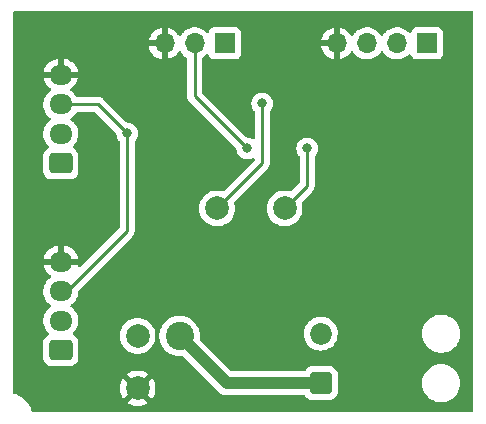
<source format=gbl>
G04 #@! TF.GenerationSoftware,KiCad,Pcbnew,(6.0.9)*
G04 #@! TF.CreationDate,2022-11-05T01:50:54+09:00*
G04 #@! TF.ProjectId,prototype-projector-device,70726f74-6f74-4797-9065-2d70726f6a65,rev?*
G04 #@! TF.SameCoordinates,PX5f5e100PY8f0d180*
G04 #@! TF.FileFunction,Copper,L2,Bot*
G04 #@! TF.FilePolarity,Positive*
%FSLAX46Y46*%
G04 Gerber Fmt 4.6, Leading zero omitted, Abs format (unit mm)*
G04 Created by KiCad (PCBNEW (6.0.9)) date 2022-11-05 01:50:54*
%MOMM*%
%LPD*%
G01*
G04 APERTURE LIST*
G04 Aperture macros list*
%AMRoundRect*
0 Rectangle with rounded corners*
0 $1 Rounding radius*
0 $2 $3 $4 $5 $6 $7 $8 $9 X,Y pos of 4 corners*
0 Add a 4 corners polygon primitive as box body*
4,1,4,$2,$3,$4,$5,$6,$7,$8,$9,$2,$3,0*
0 Add four circle primitives for the rounded corners*
1,1,$1+$1,$2,$3*
1,1,$1+$1,$4,$5*
1,1,$1+$1,$6,$7*
1,1,$1+$1,$8,$9*
0 Add four rect primitives between the rounded corners*
20,1,$1+$1,$2,$3,$4,$5,0*
20,1,$1+$1,$4,$5,$6,$7,0*
20,1,$1+$1,$6,$7,$8,$9,0*
20,1,$1+$1,$8,$9,$2,$3,0*%
G04 Aperture macros list end*
G04 #@! TA.AperFunction,ComponentPad*
%ADD10C,2.000000*%
G04 #@! TD*
G04 #@! TA.AperFunction,ComponentPad*
%ADD11R,1.700000X1.700000*%
G04 #@! TD*
G04 #@! TA.AperFunction,ComponentPad*
%ADD12O,1.700000X1.700000*%
G04 #@! TD*
G04 #@! TA.AperFunction,ComponentPad*
%ADD13RoundRect,0.250000X0.725000X-0.600000X0.725000X0.600000X-0.725000X0.600000X-0.725000X-0.600000X0*%
G04 #@! TD*
G04 #@! TA.AperFunction,ComponentPad*
%ADD14O,1.950000X1.700000*%
G04 #@! TD*
G04 #@! TA.AperFunction,ComponentPad*
%ADD15RoundRect,0.250000X0.675000X-0.675000X0.675000X0.675000X-0.675000X0.675000X-0.675000X-0.675000X0*%
G04 #@! TD*
G04 #@! TA.AperFunction,ComponentPad*
%ADD16C,1.850000*%
G04 #@! TD*
G04 #@! TA.AperFunction,ViaPad*
%ADD17C,0.800000*%
G04 #@! TD*
G04 #@! TA.AperFunction,ViaPad*
%ADD18C,2.400000*%
G04 #@! TD*
G04 #@! TA.AperFunction,Conductor*
%ADD19C,0.250000*%
G04 #@! TD*
G04 #@! TA.AperFunction,Conductor*
%ADD20C,1.000000*%
G04 #@! TD*
G04 APERTURE END LIST*
D10*
X11049000Y6985000D03*
D11*
X18415000Y31750000D03*
D12*
X15875000Y31750000D03*
X13335000Y31750000D03*
D10*
X23495000Y17780000D03*
X11049000Y2540000D03*
D13*
X4555000Y5775000D03*
D14*
X4555000Y8275000D03*
X4555000Y10775000D03*
X4555000Y13275000D03*
D13*
X4555000Y21590000D03*
D14*
X4555000Y24090000D03*
X4555000Y26590000D03*
X4555000Y29090000D03*
D11*
X35550000Y31750000D03*
D12*
X33010000Y31750000D03*
X30470000Y31750000D03*
X27930000Y31750000D03*
D15*
X26560000Y2980000D03*
D16*
X26560000Y7180000D03*
D10*
X17780000Y17780000D03*
D17*
X21590000Y26670000D03*
X4445000Y32385000D03*
X4445000Y2540000D03*
X31750000Y6985000D03*
X22225000Y32385000D03*
X36830000Y20955000D03*
X26035000Y28575000D03*
X7620000Y7620000D03*
X32385000Y15240000D03*
X14605000Y2540000D03*
X22860000Y6985000D03*
X32385000Y19050000D03*
X11430000Y21590000D03*
X8890000Y28575000D03*
X31750000Y2540000D03*
X14605000Y12065000D03*
X20320000Y17780000D03*
D18*
X14605000Y6985000D03*
D17*
X20320000Y22860000D03*
X10160000Y24130000D03*
X25400000Y22860000D03*
D19*
X25400000Y19685000D02*
X23495000Y17780000D01*
X25400000Y22860000D02*
X25400000Y19685000D01*
X21590000Y21590000D02*
X17780000Y17780000D01*
X21590000Y26670000D02*
X21590000Y21590000D01*
D20*
X14605000Y6985000D02*
X18610000Y2980000D01*
X18610000Y2980000D02*
X26560000Y2980000D01*
D19*
X15875000Y27305000D02*
X15875000Y31750000D01*
X20320000Y22860000D02*
X15875000Y27305000D01*
X10160000Y24130000D02*
X7700000Y26590000D01*
X10160000Y15875000D02*
X10160000Y24130000D01*
X5060000Y10775000D02*
X10160000Y15875000D01*
X4555000Y10775000D02*
X5060000Y10775000D01*
X7700000Y26590000D02*
X4555000Y26590000D01*
G04 #@! TA.AperFunction,Conductor*
G36*
X39433621Y34471498D02*
G01*
X39480114Y34417842D01*
X39491500Y34365500D01*
X39491500Y634500D01*
X39471498Y566379D01*
X39417842Y519886D01*
X39365500Y508500D01*
X2216537Y508500D01*
X2148416Y528502D01*
X2101923Y582158D01*
X2097764Y592440D01*
X2056173Y709889D01*
X2000934Y865881D01*
X1864907Y1129428D01*
X1851226Y1148895D01*
X1745252Y1299680D01*
X1739875Y1307330D01*
X10181160Y1307330D01*
X10186887Y1299680D01*
X10358042Y1194795D01*
X10366837Y1190313D01*
X10576988Y1103266D01*
X10586373Y1100217D01*
X10807554Y1047115D01*
X10817301Y1045572D01*
X11044070Y1027725D01*
X11053930Y1027725D01*
X11280699Y1045572D01*
X11290446Y1047115D01*
X11511627Y1100217D01*
X11521012Y1103266D01*
X11731163Y1190313D01*
X11739958Y1194795D01*
X11907445Y1297432D01*
X11916907Y1307890D01*
X11913124Y1316666D01*
X11061812Y2167978D01*
X11047868Y2175592D01*
X11046035Y2175461D01*
X11039420Y2171210D01*
X10187920Y1319710D01*
X10181160Y1307330D01*
X1739875Y1307330D01*
X1694372Y1372075D01*
X1522340Y1557203D01*
X1495404Y1586190D01*
X1495401Y1586192D01*
X1492483Y1589333D01*
X1489168Y1592047D01*
X1489164Y1592050D01*
X1266295Y1774466D01*
X1262977Y1777182D01*
X1010101Y1932144D01*
X966012Y1951498D01*
X742465Y2049628D01*
X738533Y2051354D01*
X711776Y2058976D01*
X599981Y2090822D01*
X539946Y2128721D01*
X509932Y2193061D01*
X508500Y2212001D01*
X508500Y2535070D01*
X9536725Y2535070D01*
X9554572Y2308301D01*
X9556115Y2298554D01*
X9609217Y2077373D01*
X9612266Y2067988D01*
X9699313Y1857837D01*
X9703795Y1849042D01*
X9806432Y1681555D01*
X9816890Y1672093D01*
X9825666Y1675876D01*
X10676978Y2527188D01*
X10683356Y2538868D01*
X11413408Y2538868D01*
X11413539Y2537035D01*
X11417790Y2530420D01*
X12269290Y1678920D01*
X12281670Y1672160D01*
X12289320Y1677887D01*
X12394205Y1849042D01*
X12398687Y1857837D01*
X12485734Y2067988D01*
X12488783Y2077373D01*
X12541885Y2298554D01*
X12543428Y2308301D01*
X12561275Y2535070D01*
X12561275Y2544930D01*
X12543428Y2771699D01*
X12541885Y2781446D01*
X12488783Y3002627D01*
X12485734Y3012012D01*
X12398687Y3222163D01*
X12394205Y3230958D01*
X12291568Y3398445D01*
X12281110Y3407907D01*
X12272334Y3404124D01*
X11421022Y2552812D01*
X11413408Y2538868D01*
X10683356Y2538868D01*
X10684592Y2541132D01*
X10684461Y2542965D01*
X10680210Y2549580D01*
X9828710Y3401080D01*
X9816330Y3407840D01*
X9808680Y3402113D01*
X9703795Y3230958D01*
X9699313Y3222163D01*
X9612266Y3012012D01*
X9609217Y3002627D01*
X9556115Y2781446D01*
X9554572Y2771699D01*
X9536725Y2544930D01*
X9536725Y2535070D01*
X508500Y2535070D01*
X508500Y3772110D01*
X10181093Y3772110D01*
X10184876Y3763334D01*
X11036188Y2912022D01*
X11050132Y2904408D01*
X11051965Y2904539D01*
X11058580Y2908790D01*
X11910080Y3760290D01*
X11916840Y3772670D01*
X11911113Y3780320D01*
X11739958Y3885205D01*
X11731163Y3889687D01*
X11521012Y3976734D01*
X11511627Y3979783D01*
X11290446Y4032885D01*
X11280699Y4034428D01*
X11053930Y4052275D01*
X11044070Y4052275D01*
X10817301Y4034428D01*
X10807554Y4032885D01*
X10586373Y3979783D01*
X10576988Y3976734D01*
X10366837Y3889687D01*
X10358042Y3885205D01*
X10190555Y3782568D01*
X10181093Y3772110D01*
X508500Y3772110D01*
X508500Y8339226D01*
X3068102Y8339226D01*
X3076751Y8108842D01*
X3124093Y7883209D01*
X3126051Y7878250D01*
X3126052Y7878248D01*
X3189244Y7718238D01*
X3208776Y7668779D01*
X3211543Y7664220D01*
X3211544Y7664217D01*
X3273998Y7561297D01*
X3328377Y7471683D01*
X3331874Y7467653D01*
X3418438Y7367897D01*
X3479477Y7297555D01*
X3515120Y7268330D01*
X3555114Y7209671D01*
X3557046Y7138701D01*
X3520302Y7077952D01*
X3501532Y7063752D01*
X3454267Y7034503D01*
X3355652Y6973478D01*
X3230695Y6848303D01*
X3226855Y6842073D01*
X3226854Y6842072D01*
X3172087Y6753223D01*
X3137885Y6697738D01*
X3082203Y6529861D01*
X3071500Y6425400D01*
X3071500Y5124600D01*
X3082474Y5018834D01*
X3138450Y4851054D01*
X3231522Y4700652D01*
X3356697Y4575695D01*
X3362927Y4571855D01*
X3362928Y4571854D01*
X3500090Y4487306D01*
X3507262Y4482885D01*
X3587005Y4456436D01*
X3668611Y4429368D01*
X3668613Y4429368D01*
X3675139Y4427203D01*
X3681975Y4426503D01*
X3681978Y4426502D01*
X3725031Y4422091D01*
X3779600Y4416500D01*
X5330400Y4416500D01*
X5333646Y4416837D01*
X5333650Y4416837D01*
X5429308Y4426762D01*
X5429312Y4426763D01*
X5436166Y4427474D01*
X5442702Y4429655D01*
X5442704Y4429655D01*
X5574806Y4473728D01*
X5603946Y4483450D01*
X5754348Y4576522D01*
X5879305Y4701697D01*
X5972115Y4852262D01*
X6027797Y5020139D01*
X6038500Y5124600D01*
X6038500Y6425400D01*
X6035733Y6452072D01*
X6028238Y6524308D01*
X6028237Y6524312D01*
X6027526Y6531166D01*
X5971550Y6698946D01*
X5878478Y6849348D01*
X5753303Y6974305D01*
X5743951Y6980070D01*
X5735953Y6985000D01*
X9535835Y6985000D01*
X9554465Y6748289D01*
X9555619Y6743482D01*
X9555620Y6743476D01*
X9579060Y6645843D01*
X9609895Y6517406D01*
X9611788Y6512835D01*
X9611789Y6512833D01*
X9688945Y6326562D01*
X9700760Y6298037D01*
X9703346Y6293817D01*
X9822241Y6099798D01*
X9822245Y6099792D01*
X9824824Y6095584D01*
X9979031Y5915031D01*
X10159584Y5760824D01*
X10163792Y5758245D01*
X10163798Y5758241D01*
X10344692Y5647389D01*
X10362037Y5636760D01*
X10366607Y5634867D01*
X10366611Y5634865D01*
X10576833Y5547789D01*
X10581406Y5545895D01*
X10639087Y5532047D01*
X10807476Y5491620D01*
X10807482Y5491619D01*
X10812289Y5490465D01*
X11049000Y5471835D01*
X11285711Y5490465D01*
X11290518Y5491619D01*
X11290524Y5491620D01*
X11458913Y5532047D01*
X11516594Y5545895D01*
X11521167Y5547789D01*
X11731389Y5634865D01*
X11731393Y5634867D01*
X11735963Y5636760D01*
X11753308Y5647389D01*
X11934202Y5758241D01*
X11934208Y5758245D01*
X11938416Y5760824D01*
X12118969Y5915031D01*
X12273176Y6095584D01*
X12275755Y6099792D01*
X12275759Y6099798D01*
X12394654Y6293817D01*
X12397240Y6298037D01*
X12409056Y6326562D01*
X12486211Y6512833D01*
X12486212Y6512835D01*
X12488105Y6517406D01*
X12518940Y6645843D01*
X12542380Y6743476D01*
X12542381Y6743482D01*
X12543535Y6748289D01*
X12562165Y6985000D01*
X12558635Y7029849D01*
X12892296Y7029849D01*
X12892520Y7025183D01*
X12892520Y7025178D01*
X12894942Y6974768D01*
X12904480Y6776202D01*
X12921229Y6691998D01*
X12952212Y6536239D01*
X12954021Y6527143D01*
X12955600Y6522745D01*
X12955602Y6522738D01*
X13026037Y6326562D01*
X13039831Y6288142D01*
X13042048Y6284016D01*
X13143296Y6095584D01*
X13160025Y6064449D01*
X13162820Y6060706D01*
X13162822Y6060703D01*
X13309171Y5864718D01*
X13309176Y5864712D01*
X13311963Y5860980D01*
X13315272Y5857700D01*
X13315277Y5857694D01*
X13433510Y5740489D01*
X13492307Y5682203D01*
X13496069Y5679445D01*
X13496072Y5679442D01*
X13554283Y5636760D01*
X13697094Y5532047D01*
X13701229Y5529871D01*
X13701233Y5529869D01*
X13810800Y5472223D01*
X13921827Y5413809D01*
X14161568Y5330088D01*
X14411050Y5282722D01*
X14531532Y5277989D01*
X14660125Y5272936D01*
X14660130Y5272936D01*
X14664793Y5272753D01*
X14808607Y5288503D01*
X14878499Y5276036D01*
X14911418Y5252347D01*
X17853145Y2310621D01*
X17862247Y2300478D01*
X17885968Y2270975D01*
X17924456Y2238680D01*
X17928075Y2235522D01*
X17929890Y2233876D01*
X17932075Y2231691D01*
X17934455Y2229736D01*
X17934465Y2229727D01*
X17965236Y2204451D01*
X17966251Y2203609D01*
X18037474Y2143846D01*
X18042148Y2141277D01*
X18046261Y2137898D01*
X18051698Y2134983D01*
X18051699Y2134982D01*
X18128047Y2094045D01*
X18129177Y2093432D01*
X18210787Y2048567D01*
X18215869Y2046955D01*
X18220563Y2044438D01*
X18309531Y2017238D01*
X18310559Y2016918D01*
X18399306Y1988765D01*
X18404602Y1988171D01*
X18409698Y1986613D01*
X18502257Y1977210D01*
X18503393Y1977089D01*
X18537008Y1973319D01*
X18549730Y1971892D01*
X18549734Y1971892D01*
X18553227Y1971500D01*
X18556754Y1971500D01*
X18557739Y1971445D01*
X18563419Y1970998D01*
X18592825Y1968011D01*
X18600337Y1967248D01*
X18600339Y1967248D01*
X18606462Y1966626D01*
X18652108Y1970941D01*
X18663967Y1971500D01*
X25129160Y1971500D01*
X25197281Y1951498D01*
X25236304Y1911803D01*
X25286522Y1830652D01*
X25411697Y1705695D01*
X25417927Y1701855D01*
X25417928Y1701854D01*
X25555090Y1617306D01*
X25562262Y1612885D01*
X25642005Y1586436D01*
X25723611Y1559368D01*
X25723613Y1559368D01*
X25730139Y1557203D01*
X25736975Y1556503D01*
X25736978Y1556502D01*
X25780031Y1552091D01*
X25834600Y1546500D01*
X27285400Y1546500D01*
X27288646Y1546837D01*
X27288650Y1546837D01*
X27384308Y1556762D01*
X27384312Y1556763D01*
X27391166Y1557474D01*
X27397702Y1559655D01*
X27397704Y1559655D01*
X27533244Y1604875D01*
X27558946Y1613450D01*
X27709348Y1706522D01*
X27834305Y1831697D01*
X27883683Y1911803D01*
X27923275Y1976032D01*
X27923276Y1976034D01*
X27927115Y1982262D01*
X27977770Y2134982D01*
X27980632Y2143611D01*
X27980632Y2143613D01*
X27982797Y2150139D01*
X27985392Y2175461D01*
X27989135Y2212001D01*
X27993500Y2254600D01*
X27993500Y2980000D01*
X35146526Y2980000D01*
X35166391Y2727597D01*
X35225495Y2481409D01*
X35227388Y2476838D01*
X35227389Y2476836D01*
X35318110Y2257817D01*
X35322384Y2247498D01*
X35454672Y2031624D01*
X35619102Y1839102D01*
X35811624Y1674672D01*
X36027498Y1542384D01*
X36032068Y1540491D01*
X36032072Y1540489D01*
X36256836Y1447389D01*
X36261409Y1445495D01*
X36346032Y1425179D01*
X36502784Y1387546D01*
X36502790Y1387545D01*
X36507597Y1386391D01*
X36607416Y1378535D01*
X36694345Y1371693D01*
X36694352Y1371693D01*
X36696801Y1371500D01*
X36823199Y1371500D01*
X36825648Y1371693D01*
X36825655Y1371693D01*
X36912584Y1378535D01*
X37012403Y1386391D01*
X37017210Y1387545D01*
X37017216Y1387546D01*
X37173968Y1425179D01*
X37258591Y1445495D01*
X37263164Y1447389D01*
X37487928Y1540489D01*
X37487932Y1540491D01*
X37492502Y1542384D01*
X37708376Y1674672D01*
X37900898Y1839102D01*
X38065328Y2031624D01*
X38197616Y2247498D01*
X38201891Y2257817D01*
X38292611Y2476836D01*
X38292612Y2476838D01*
X38294505Y2481409D01*
X38353609Y2727597D01*
X38373474Y2980000D01*
X38353609Y3232403D01*
X38294505Y3478591D01*
X38197616Y3712502D01*
X38065328Y3928376D01*
X37900898Y4120898D01*
X37708376Y4285328D01*
X37492502Y4417616D01*
X37487932Y4419509D01*
X37487928Y4419511D01*
X37263164Y4512611D01*
X37263162Y4512612D01*
X37258591Y4514505D01*
X37173968Y4534821D01*
X37017216Y4572454D01*
X37017210Y4572455D01*
X37012403Y4573609D01*
X36912584Y4581465D01*
X36825655Y4588307D01*
X36825648Y4588307D01*
X36823199Y4588500D01*
X36696801Y4588500D01*
X36694352Y4588307D01*
X36694345Y4588307D01*
X36607416Y4581465D01*
X36507597Y4573609D01*
X36502790Y4572455D01*
X36502784Y4572454D01*
X36346032Y4534821D01*
X36261409Y4514505D01*
X36256838Y4512612D01*
X36256836Y4512611D01*
X36032072Y4419511D01*
X36032068Y4419509D01*
X36027498Y4417616D01*
X35811624Y4285328D01*
X35619102Y4120898D01*
X35454672Y3928376D01*
X35322384Y3712502D01*
X35225495Y3478591D01*
X35166391Y3232403D01*
X35146526Y2980000D01*
X27993500Y2980000D01*
X27993500Y3705400D01*
X27987489Y3763334D01*
X27983238Y3804308D01*
X27983237Y3804312D01*
X27982526Y3811166D01*
X27926550Y3978946D01*
X27833478Y4129348D01*
X27708303Y4254305D01*
X27653786Y4287910D01*
X27563968Y4343275D01*
X27563966Y4343276D01*
X27557738Y4347115D01*
X27397254Y4400345D01*
X27396389Y4400632D01*
X27396387Y4400632D01*
X27389861Y4402797D01*
X27383025Y4403497D01*
X27383022Y4403498D01*
X27339969Y4407909D01*
X27285400Y4413500D01*
X25834600Y4413500D01*
X25831354Y4413163D01*
X25831350Y4413163D01*
X25735692Y4403238D01*
X25735688Y4403237D01*
X25728834Y4402526D01*
X25722298Y4400345D01*
X25722296Y4400345D01*
X25590194Y4356272D01*
X25561054Y4346550D01*
X25410652Y4253478D01*
X25285695Y4128303D01*
X25281855Y4122073D01*
X25281854Y4122072D01*
X25236432Y4048384D01*
X25183660Y4000891D01*
X25129172Y3988500D01*
X19079925Y3988500D01*
X19011804Y4008502D01*
X18990830Y4025405D01*
X16337627Y6678608D01*
X16303601Y6740920D01*
X16301729Y6783604D01*
X16315545Y6892203D01*
X16315545Y6892207D01*
X16315943Y6895333D01*
X16318291Y6985000D01*
X16312189Y7067115D01*
X16301189Y7215144D01*
X25122016Y7215144D01*
X25122313Y7209992D01*
X25122313Y7209988D01*
X25135288Y6984971D01*
X25135289Y6984965D01*
X25135586Y6979812D01*
X25187408Y6749856D01*
X25189352Y6745070D01*
X25189353Y6745065D01*
X25229643Y6645843D01*
X25276093Y6531452D01*
X25399258Y6330465D01*
X25553595Y6152293D01*
X25734960Y6001721D01*
X25739412Y5999119D01*
X25739417Y5999116D01*
X25934024Y5885397D01*
X25938482Y5882792D01*
X26158696Y5798701D01*
X26163762Y5797670D01*
X26163763Y5797670D01*
X26266611Y5776746D01*
X26389686Y5751706D01*
X26522389Y5746840D01*
X26620087Y5743257D01*
X26620091Y5743257D01*
X26625251Y5743068D01*
X26630371Y5743724D01*
X26630373Y5743724D01*
X26703235Y5753058D01*
X26859063Y5773020D01*
X26864012Y5774505D01*
X26864018Y5774506D01*
X26995465Y5813942D01*
X27084844Y5840757D01*
X27296529Y5944461D01*
X27300732Y5947459D01*
X27300737Y5947462D01*
X27484231Y6078347D01*
X27484233Y6078349D01*
X27488435Y6081346D01*
X27655407Y6247736D01*
X27688520Y6293817D01*
X27789943Y6434963D01*
X27792961Y6439163D01*
X27797081Y6447498D01*
X27895109Y6645843D01*
X27895110Y6645845D01*
X27897403Y6650485D01*
X27965928Y6876028D01*
X27966603Y6881154D01*
X27996259Y7106413D01*
X27996259Y7106417D01*
X27996696Y7109734D01*
X27997083Y7125563D01*
X27998331Y7176635D01*
X27998331Y7176639D01*
X27998413Y7180000D01*
X35146526Y7180000D01*
X35166391Y6927597D01*
X35167545Y6922790D01*
X35167546Y6922784D01*
X35200960Y6783604D01*
X35225495Y6681409D01*
X35227388Y6676838D01*
X35227389Y6676836D01*
X35291219Y6522738D01*
X35322384Y6447498D01*
X35454672Y6231624D01*
X35619102Y6039102D01*
X35811624Y5874672D01*
X36027498Y5742384D01*
X36032068Y5740491D01*
X36032072Y5740489D01*
X36256836Y5647389D01*
X36261409Y5645495D01*
X36305687Y5634865D01*
X36502784Y5587546D01*
X36502790Y5587545D01*
X36507597Y5586391D01*
X36607416Y5578535D01*
X36694345Y5571693D01*
X36694352Y5571693D01*
X36696801Y5571500D01*
X36823199Y5571500D01*
X36825648Y5571693D01*
X36825655Y5571693D01*
X36912584Y5578535D01*
X37012403Y5586391D01*
X37017210Y5587545D01*
X37017216Y5587546D01*
X37214313Y5634865D01*
X37258591Y5645495D01*
X37263164Y5647389D01*
X37487928Y5740489D01*
X37487932Y5740491D01*
X37492502Y5742384D01*
X37708376Y5874672D01*
X37900898Y6039102D01*
X38065328Y6231624D01*
X38197616Y6447498D01*
X38228782Y6522738D01*
X38292611Y6676836D01*
X38292612Y6676838D01*
X38294505Y6681409D01*
X38319040Y6783604D01*
X38352454Y6922784D01*
X38352455Y6922790D01*
X38353609Y6927597D01*
X38373474Y7180000D01*
X38353609Y7432403D01*
X38348301Y7454515D01*
X38297194Y7667389D01*
X38294505Y7678591D01*
X38274600Y7726647D01*
X38199511Y7907928D01*
X38199509Y7907932D01*
X38197616Y7912502D01*
X38065328Y8128376D01*
X37900898Y8320898D01*
X37708376Y8485328D01*
X37492502Y8617616D01*
X37487932Y8619509D01*
X37487928Y8619511D01*
X37263164Y8712611D01*
X37263162Y8712612D01*
X37258591Y8714505D01*
X37173968Y8734821D01*
X37017216Y8772454D01*
X37017210Y8772455D01*
X37012403Y8773609D01*
X36912584Y8781465D01*
X36825655Y8788307D01*
X36825648Y8788307D01*
X36823199Y8788500D01*
X36696801Y8788500D01*
X36694352Y8788307D01*
X36694345Y8788307D01*
X36607416Y8781465D01*
X36507597Y8773609D01*
X36502790Y8772455D01*
X36502784Y8772454D01*
X36346032Y8734821D01*
X36261409Y8714505D01*
X36256838Y8712612D01*
X36256836Y8712611D01*
X36032072Y8619511D01*
X36032068Y8619509D01*
X36027498Y8617616D01*
X35811624Y8485328D01*
X35619102Y8320898D01*
X35454672Y8128376D01*
X35322384Y7912502D01*
X35320491Y7907932D01*
X35320489Y7907928D01*
X35245400Y7726647D01*
X35225495Y7678591D01*
X35222806Y7667389D01*
X35171700Y7454515D01*
X35166391Y7432403D01*
X35146526Y7180000D01*
X27998413Y7180000D01*
X27989612Y7287049D01*
X27979522Y7409779D01*
X27979521Y7409785D01*
X27979098Y7414930D01*
X27921673Y7643551D01*
X27827678Y7859723D01*
X27699640Y8057641D01*
X27674543Y8085223D01*
X27544473Y8228167D01*
X27544471Y8228168D01*
X27540995Y8231989D01*
X27536944Y8235188D01*
X27536940Y8235192D01*
X27360061Y8374883D01*
X27360057Y8374885D01*
X27356006Y8378085D01*
X27149639Y8492005D01*
X27144770Y8493729D01*
X27144766Y8493731D01*
X26932311Y8568965D01*
X26932307Y8568966D01*
X26927436Y8570691D01*
X26922343Y8571598D01*
X26922340Y8571599D01*
X26700456Y8611123D01*
X26700450Y8611124D01*
X26695367Y8612029D01*
X26604523Y8613139D01*
X26464830Y8614846D01*
X26464828Y8614846D01*
X26459661Y8614909D01*
X26226651Y8579253D01*
X26002593Y8506020D01*
X25970870Y8489506D01*
X25841598Y8422211D01*
X25793504Y8397175D01*
X25789371Y8394072D01*
X25789368Y8394070D01*
X25609135Y8258747D01*
X25605000Y8255642D01*
X25582397Y8231989D01*
X25459727Y8103623D01*
X25442143Y8085223D01*
X25309307Y7890492D01*
X25307133Y7885808D01*
X25307131Y7885805D01*
X25231370Y7722591D01*
X25210059Y7676681D01*
X25147065Y7449532D01*
X25146516Y7444395D01*
X25122718Y7221711D01*
X25122016Y7215144D01*
X16301189Y7215144D01*
X16299818Y7233589D01*
X16299817Y7233593D01*
X16299472Y7238241D01*
X16293981Y7262510D01*
X16251661Y7449532D01*
X16243428Y7485918D01*
X16214115Y7561297D01*
X16153084Y7718238D01*
X16153083Y7718240D01*
X16151391Y7722591D01*
X16128838Y7762051D01*
X16027702Y7939003D01*
X16027700Y7939005D01*
X16025383Y7943060D01*
X15868171Y8142483D01*
X15769618Y8235192D01*
X15686610Y8313278D01*
X15686608Y8313280D01*
X15683209Y8316477D01*
X15566883Y8397175D01*
X15478393Y8458563D01*
X15478390Y8458565D01*
X15474561Y8461221D01*
X15470384Y8463281D01*
X15470377Y8463285D01*
X15250996Y8571472D01*
X15250992Y8571473D01*
X15246810Y8573536D01*
X15004960Y8650953D01*
X15000355Y8651703D01*
X14758935Y8691020D01*
X14758934Y8691020D01*
X14754323Y8691771D01*
X14627365Y8693433D01*
X14505083Y8695034D01*
X14505080Y8695034D01*
X14500406Y8695095D01*
X14248787Y8660851D01*
X14004993Y8589792D01*
X13774380Y8483478D01*
X13770471Y8480915D01*
X13565928Y8346811D01*
X13565923Y8346807D01*
X13562015Y8344245D01*
X13467288Y8259698D01*
X13436243Y8231989D01*
X13372562Y8175152D01*
X13210183Y7979913D01*
X13078447Y7762818D01*
X13076638Y7758504D01*
X13076637Y7758502D01*
X12990153Y7552260D01*
X12980246Y7528635D01*
X12979095Y7524103D01*
X12979094Y7524100D01*
X12950060Y7409779D01*
X12917738Y7282510D01*
X12892296Y7029849D01*
X12558635Y7029849D01*
X12543535Y7221711D01*
X12540684Y7233589D01*
X12489260Y7447782D01*
X12488105Y7452594D01*
X12486211Y7457167D01*
X12399135Y7667389D01*
X12399133Y7667393D01*
X12397240Y7671963D01*
X12390376Y7683164D01*
X12275759Y7870202D01*
X12275755Y7870208D01*
X12273176Y7874416D01*
X12118969Y8054969D01*
X11938416Y8209176D01*
X11934208Y8211755D01*
X11934202Y8211759D01*
X11740183Y8330654D01*
X11735963Y8333240D01*
X11731393Y8335133D01*
X11731389Y8335135D01*
X11521167Y8422211D01*
X11521165Y8422212D01*
X11516594Y8424105D01*
X11423824Y8446377D01*
X11290524Y8478380D01*
X11290518Y8478381D01*
X11285711Y8479535D01*
X11049000Y8498165D01*
X10812289Y8479535D01*
X10807482Y8478381D01*
X10807476Y8478380D01*
X10674176Y8446377D01*
X10581406Y8424105D01*
X10576835Y8422212D01*
X10576833Y8422211D01*
X10366611Y8335135D01*
X10366607Y8335133D01*
X10362037Y8333240D01*
X10357817Y8330654D01*
X10163798Y8211759D01*
X10163792Y8211755D01*
X10159584Y8209176D01*
X9979031Y8054969D01*
X9824824Y7874416D01*
X9822245Y7870208D01*
X9822241Y7870202D01*
X9707624Y7683164D01*
X9700760Y7671963D01*
X9698867Y7667393D01*
X9698865Y7667389D01*
X9611789Y7457167D01*
X9609895Y7452594D01*
X9608740Y7447782D01*
X9557317Y7233589D01*
X9554465Y7221711D01*
X9535835Y6985000D01*
X5735953Y6985000D01*
X5655644Y7034503D01*
X5607660Y7064081D01*
X5560168Y7116852D01*
X5548744Y7186924D01*
X5577018Y7252048D01*
X5586805Y7262510D01*
X5697278Y7367897D01*
X5701135Y7371576D01*
X5838754Y7556542D01*
X5943240Y7762051D01*
X5979321Y7878248D01*
X6010024Y7977129D01*
X6011607Y7982227D01*
X6025753Y8088960D01*
X6041198Y8205489D01*
X6041198Y8205494D01*
X6041898Y8210774D01*
X6033249Y8441158D01*
X6024370Y8483478D01*
X5987002Y8661572D01*
X5985907Y8666791D01*
X5983948Y8671752D01*
X5903185Y8876256D01*
X5903184Y8876258D01*
X5901224Y8881221D01*
X5781623Y9078317D01*
X5694755Y9178424D01*
X5634023Y9248412D01*
X5634021Y9248414D01*
X5630523Y9252445D01*
X5588970Y9286516D01*
X5456373Y9395240D01*
X5456367Y9395244D01*
X5452245Y9398624D01*
X5420750Y9416552D01*
X5371445Y9467632D01*
X5357583Y9537262D01*
X5383566Y9603333D01*
X5412716Y9630573D01*
X5448642Y9654760D01*
X5534319Y9712441D01*
X5701135Y9871576D01*
X5838754Y10056542D01*
X5943240Y10262051D01*
X5979321Y10378248D01*
X6010024Y10477129D01*
X6011607Y10482227D01*
X6012308Y10487516D01*
X6041198Y10705489D01*
X6041198Y10705494D01*
X6041898Y10710774D01*
X6038525Y10800617D01*
X6055957Y10869438D01*
X6075341Y10894437D01*
X10552247Y15371343D01*
X10560537Y15378887D01*
X10567018Y15383000D01*
X10613659Y15432668D01*
X10616413Y15435509D01*
X10636134Y15455230D01*
X10638612Y15458425D01*
X10646318Y15467447D01*
X10671158Y15493899D01*
X10676586Y15499679D01*
X10686346Y15517432D01*
X10697199Y15533955D01*
X10704753Y15543694D01*
X10709613Y15549959D01*
X10727176Y15590543D01*
X10732383Y15601173D01*
X10753695Y15639940D01*
X10755666Y15647617D01*
X10755668Y15647622D01*
X10758732Y15659558D01*
X10765138Y15678270D01*
X10770033Y15689581D01*
X10773181Y15696855D01*
X10774421Y15704683D01*
X10774423Y15704690D01*
X10780099Y15740524D01*
X10782505Y15752144D01*
X10791528Y15787289D01*
X10791528Y15787290D01*
X10793500Y15794970D01*
X10793500Y15815224D01*
X10795051Y15834935D01*
X10796980Y15847114D01*
X10798220Y15854943D01*
X10794059Y15898962D01*
X10793500Y15910819D01*
X10793500Y23427476D01*
X10813502Y23495597D01*
X10825858Y23511779D01*
X10899040Y23593056D01*
X10957314Y23693990D01*
X10991223Y23752721D01*
X10991224Y23752722D01*
X10994527Y23758444D01*
X11053542Y23940072D01*
X11073504Y24130000D01*
X11060805Y24250827D01*
X11054232Y24313365D01*
X11054232Y24313367D01*
X11053542Y24319928D01*
X10994527Y24501556D01*
X10899040Y24666944D01*
X10877150Y24691256D01*
X10775675Y24803955D01*
X10775674Y24803956D01*
X10771253Y24808866D01*
X10616752Y24921118D01*
X10610724Y24923802D01*
X10610722Y24923803D01*
X10448319Y24996109D01*
X10448318Y24996109D01*
X10442288Y24998794D01*
X10348888Y25018647D01*
X10261944Y25037128D01*
X10261939Y25037128D01*
X10255487Y25038500D01*
X10199595Y25038500D01*
X10131474Y25058502D01*
X10110500Y25075405D01*
X8203652Y26982253D01*
X8196112Y26990539D01*
X8192000Y26997018D01*
X8142348Y27043644D01*
X8139507Y27046398D01*
X8119770Y27066135D01*
X8116573Y27068615D01*
X8107551Y27076320D01*
X8081100Y27101159D01*
X8075321Y27106586D01*
X8068375Y27110405D01*
X8068372Y27110407D01*
X8057566Y27116348D01*
X8041047Y27127199D01*
X8040583Y27127559D01*
X8025041Y27139614D01*
X8017772Y27142759D01*
X8017768Y27142762D01*
X7984463Y27157174D01*
X7973813Y27162391D01*
X7935060Y27183695D01*
X7915437Y27188733D01*
X7896734Y27195137D01*
X7885420Y27200033D01*
X7885419Y27200033D01*
X7878145Y27203181D01*
X7870322Y27204420D01*
X7870312Y27204423D01*
X7834476Y27210099D01*
X7822856Y27212505D01*
X7787711Y27221528D01*
X7787710Y27221528D01*
X7780030Y27223500D01*
X7759776Y27223500D01*
X7740065Y27225051D01*
X7727886Y27226980D01*
X7720057Y27228220D01*
X7712165Y27227474D01*
X7676039Y27224059D01*
X7664181Y27223500D01*
X5955596Y27223500D01*
X5887475Y27243502D01*
X5847877Y27284134D01*
X5830519Y27312740D01*
X5781623Y27393317D01*
X5694755Y27493424D01*
X5634023Y27563412D01*
X5634021Y27563414D01*
X5630523Y27567445D01*
X5566922Y27619595D01*
X5456373Y27710240D01*
X5456367Y27710244D01*
X5452245Y27713624D01*
X5447602Y27716267D01*
X5420265Y27731829D01*
X5370959Y27782912D01*
X5357098Y27852542D01*
X5383082Y27918613D01*
X5412232Y27945851D01*
X5529578Y28024852D01*
X5537870Y28031519D01*
X5696900Y28183228D01*
X5703941Y28191186D01*
X5835141Y28367525D01*
X5840745Y28376562D01*
X5940357Y28572484D01*
X5944357Y28582335D01*
X6009534Y28792240D01*
X6011817Y28802624D01*
X6013861Y28818043D01*
X6011665Y28832207D01*
X5998478Y28836000D01*
X3113808Y28836000D01*
X3100277Y28832027D01*
X3098752Y28821420D01*
X3123477Y28703579D01*
X3126537Y28693383D01*
X3207263Y28488971D01*
X3211994Y28479439D01*
X3326016Y28291538D01*
X3332280Y28282948D01*
X3476327Y28116948D01*
X3483958Y28109528D01*
X3653911Y27970174D01*
X3662674Y27964152D01*
X3689711Y27948762D01*
X3739018Y27897680D01*
X3752880Y27828049D01*
X3726897Y27761978D01*
X3697747Y27734739D01*
X3693425Y27731829D01*
X3575681Y27652559D01*
X3408865Y27493424D01*
X3271246Y27308458D01*
X3268830Y27303707D01*
X3268828Y27303703D01*
X3228840Y27225051D01*
X3166760Y27102949D01*
X3165178Y27097855D01*
X3165177Y27097852D01*
X3122874Y26961613D01*
X3098393Y26882773D01*
X3097692Y26877484D01*
X3069323Y26663435D01*
X3068102Y26654226D01*
X3076751Y26423842D01*
X3124093Y26198209D01*
X3126051Y26193250D01*
X3126052Y26193248D01*
X3196114Y26015842D01*
X3208776Y25983779D01*
X3328377Y25786683D01*
X3331874Y25782653D01*
X3418438Y25682897D01*
X3479477Y25612555D01*
X3483608Y25609168D01*
X3653627Y25469760D01*
X3653633Y25469756D01*
X3657755Y25466376D01*
X3689250Y25448448D01*
X3738555Y25397368D01*
X3752417Y25327738D01*
X3726434Y25261667D01*
X3697284Y25234427D01*
X3575681Y25152559D01*
X3408865Y24993424D01*
X3271246Y24808458D01*
X3166760Y24602949D01*
X3165178Y24597855D01*
X3165177Y24597852D01*
X3103115Y24397980D01*
X3098393Y24382773D01*
X3097692Y24377484D01*
X3082304Y24261377D01*
X3068102Y24154226D01*
X3068302Y24148897D01*
X3068302Y24148895D01*
X3068765Y24136565D01*
X3076751Y23923842D01*
X3124093Y23698209D01*
X3126051Y23693250D01*
X3126052Y23693248D01*
X3198095Y23510826D01*
X3208776Y23483779D01*
X3211543Y23479220D01*
X3211544Y23479217D01*
X3261469Y23396944D01*
X3328377Y23286683D01*
X3331874Y23282653D01*
X3418438Y23182897D01*
X3479477Y23112555D01*
X3515120Y23083330D01*
X3555114Y23024671D01*
X3557046Y22953701D01*
X3520302Y22892952D01*
X3501532Y22878752D01*
X3460621Y22853435D01*
X3355652Y22788478D01*
X3230695Y22663303D01*
X3137885Y22512738D01*
X3082203Y22344861D01*
X3081503Y22338025D01*
X3081502Y22338022D01*
X3079466Y22318148D01*
X3071500Y22240400D01*
X3071500Y20939600D01*
X3082474Y20833834D01*
X3138450Y20666054D01*
X3231522Y20515652D01*
X3356697Y20390695D01*
X3362927Y20386855D01*
X3362928Y20386854D01*
X3500090Y20302306D01*
X3507262Y20297885D01*
X3587005Y20271436D01*
X3668611Y20244368D01*
X3668613Y20244368D01*
X3675139Y20242203D01*
X3681975Y20241503D01*
X3681978Y20241502D01*
X3725031Y20237091D01*
X3779600Y20231500D01*
X5330400Y20231500D01*
X5333646Y20231837D01*
X5333650Y20231837D01*
X5429308Y20241762D01*
X5429312Y20241763D01*
X5436166Y20242474D01*
X5442702Y20244655D01*
X5442704Y20244655D01*
X5574806Y20288728D01*
X5603946Y20298450D01*
X5754348Y20391522D01*
X5879305Y20516697D01*
X5972115Y20667262D01*
X6027797Y20835139D01*
X6038500Y20939600D01*
X6038500Y22240400D01*
X6027526Y22346166D01*
X5971550Y22513946D01*
X5878478Y22664348D01*
X5753303Y22789305D01*
X5607660Y22879081D01*
X5560168Y22931852D01*
X5548744Y23001924D01*
X5577018Y23067048D01*
X5586805Y23077510D01*
X5697278Y23182897D01*
X5701135Y23186576D01*
X5838754Y23371542D01*
X5854165Y23401852D01*
X5901827Y23495597D01*
X5943240Y23577051D01*
X5946688Y23588153D01*
X6010024Y23792129D01*
X6011607Y23797227D01*
X6012691Y23805405D01*
X6041198Y24020489D01*
X6041198Y24020494D01*
X6041898Y24025774D01*
X6033249Y24256158D01*
X5985907Y24481791D01*
X5983948Y24486752D01*
X5903185Y24691256D01*
X5903184Y24691258D01*
X5901224Y24696221D01*
X5781623Y24893317D01*
X5692425Y24996109D01*
X5634023Y25063412D01*
X5634021Y25063414D01*
X5630523Y25067445D01*
X5588970Y25101516D01*
X5456373Y25210240D01*
X5456367Y25210244D01*
X5452245Y25213624D01*
X5420750Y25231552D01*
X5371445Y25282632D01*
X5357583Y25352262D01*
X5383566Y25418333D01*
X5412716Y25445573D01*
X5448642Y25469760D01*
X5534319Y25527441D01*
X5701135Y25686576D01*
X5838754Y25871542D01*
X5841170Y25876294D01*
X5841175Y25876302D01*
X5846922Y25887606D01*
X5895625Y25939263D01*
X5959238Y25956500D01*
X7385406Y25956500D01*
X7453527Y25936498D01*
X7474501Y25919595D01*
X9212878Y24181218D01*
X9246904Y24118906D01*
X9249092Y24105297D01*
X9266458Y23940072D01*
X9325473Y23758444D01*
X9328776Y23752722D01*
X9328777Y23752721D01*
X9362686Y23693990D01*
X9420960Y23593056D01*
X9494137Y23511785D01*
X9524853Y23447779D01*
X9526500Y23427476D01*
X9526500Y16189595D01*
X9506498Y16121474D01*
X9489595Y16100500D01*
X6209544Y12820449D01*
X6147232Y12786423D01*
X6076417Y12791488D01*
X6019581Y12834035D01*
X5994770Y12900555D01*
X6000116Y12946907D01*
X6009533Y12977236D01*
X6011817Y12987624D01*
X6013861Y13003043D01*
X6011665Y13017207D01*
X5998478Y13021000D01*
X3113808Y13021000D01*
X3100277Y13017027D01*
X3098752Y13006420D01*
X3123477Y12888579D01*
X3126537Y12878383D01*
X3207263Y12673971D01*
X3211994Y12664439D01*
X3326016Y12476538D01*
X3332280Y12467948D01*
X3476327Y12301948D01*
X3483958Y12294528D01*
X3653911Y12155174D01*
X3662674Y12149152D01*
X3689711Y12133762D01*
X3739018Y12082680D01*
X3752880Y12013049D01*
X3726897Y11946978D01*
X3697747Y11919739D01*
X3644468Y11883869D01*
X3575681Y11837559D01*
X3408865Y11678424D01*
X3271246Y11493458D01*
X3166760Y11287949D01*
X3098393Y11067773D01*
X3097692Y11062484D01*
X3070267Y10855559D01*
X3068102Y10839226D01*
X3068302Y10833897D01*
X3068302Y10833895D01*
X3072426Y10724034D01*
X3076751Y10608842D01*
X3124093Y10383209D01*
X3208776Y10168779D01*
X3328377Y9971683D01*
X3331874Y9967653D01*
X3418438Y9867897D01*
X3479477Y9797555D01*
X3483608Y9794168D01*
X3653627Y9654760D01*
X3653633Y9654756D01*
X3657755Y9651376D01*
X3689250Y9633448D01*
X3738555Y9582368D01*
X3752417Y9512738D01*
X3726434Y9446667D01*
X3697284Y9419427D01*
X3575681Y9337559D01*
X3408865Y9178424D01*
X3271246Y8993458D01*
X3166760Y8787949D01*
X3165178Y8782855D01*
X3165177Y8782852D01*
X3112135Y8612029D01*
X3098393Y8567773D01*
X3097692Y8562484D01*
X3072828Y8374883D01*
X3068102Y8339226D01*
X508500Y8339226D01*
X508500Y13546957D01*
X3096139Y13546957D01*
X3098335Y13532793D01*
X3111522Y13529000D01*
X4282885Y13529000D01*
X4298124Y13533475D01*
X4299329Y13534865D01*
X4301000Y13542548D01*
X4301000Y13547115D01*
X4809000Y13547115D01*
X4813475Y13531876D01*
X4814865Y13530671D01*
X4822548Y13529000D01*
X5996192Y13529000D01*
X6009723Y13532973D01*
X6011248Y13543580D01*
X5986523Y13661421D01*
X5983463Y13671617D01*
X5902737Y13876029D01*
X5898006Y13885561D01*
X5783984Y14073462D01*
X5777720Y14082052D01*
X5633673Y14248052D01*
X5626042Y14255472D01*
X5456089Y14394826D01*
X5447322Y14400850D01*
X5256318Y14509576D01*
X5246654Y14514041D01*
X5040059Y14589031D01*
X5029792Y14591802D01*
X4826826Y14628504D01*
X4813586Y14627085D01*
X4809000Y14612450D01*
X4809000Y13547115D01*
X4301000Y13547115D01*
X4301000Y14608849D01*
X4296690Y14623527D01*
X4284807Y14625590D01*
X4205675Y14618876D01*
X4195203Y14617086D01*
X3982465Y14561870D01*
X3972425Y14558335D01*
X3772030Y14468063D01*
X3762744Y14462894D01*
X3580425Y14340150D01*
X3572130Y14333481D01*
X3413100Y14181772D01*
X3406059Y14173814D01*
X3274859Y13997475D01*
X3269255Y13988438D01*
X3169643Y13792516D01*
X3165643Y13782665D01*
X3100466Y13572760D01*
X3098183Y13562376D01*
X3096139Y13546957D01*
X508500Y13546957D01*
X508500Y29361957D01*
X3096139Y29361957D01*
X3098335Y29347793D01*
X3111522Y29344000D01*
X4282885Y29344000D01*
X4298124Y29348475D01*
X4299329Y29349865D01*
X4301000Y29357548D01*
X4301000Y29362115D01*
X4809000Y29362115D01*
X4813475Y29346876D01*
X4814865Y29345671D01*
X4822548Y29344000D01*
X5996192Y29344000D01*
X6009723Y29347973D01*
X6011248Y29358580D01*
X5986523Y29476421D01*
X5983463Y29486617D01*
X5902737Y29691029D01*
X5898006Y29700561D01*
X5783984Y29888462D01*
X5777720Y29897052D01*
X5633673Y30063052D01*
X5626042Y30070472D01*
X5456089Y30209826D01*
X5447322Y30215850D01*
X5256318Y30324576D01*
X5246654Y30329041D01*
X5040059Y30404031D01*
X5029792Y30406802D01*
X4826826Y30443504D01*
X4813586Y30442085D01*
X4809000Y30427450D01*
X4809000Y29362115D01*
X4301000Y29362115D01*
X4301000Y30423849D01*
X4296690Y30438527D01*
X4284807Y30440590D01*
X4205675Y30433876D01*
X4195203Y30432086D01*
X3982465Y30376870D01*
X3972425Y30373335D01*
X3772030Y30283063D01*
X3762744Y30277894D01*
X3580425Y30155150D01*
X3572130Y30148481D01*
X3413100Y29996772D01*
X3406059Y29988814D01*
X3274859Y29812475D01*
X3269255Y29803438D01*
X3169643Y29607516D01*
X3165643Y29597665D01*
X3100466Y29387760D01*
X3098183Y29377376D01*
X3096139Y29361957D01*
X508500Y29361957D01*
X508500Y31482034D01*
X12003257Y31482034D01*
X12033565Y31347554D01*
X12036645Y31337725D01*
X12116770Y31140397D01*
X12121413Y31131206D01*
X12232694Y30949612D01*
X12238777Y30941301D01*
X12378213Y30780333D01*
X12385580Y30773117D01*
X12549434Y30637084D01*
X12557881Y30631169D01*
X12741756Y30523721D01*
X12751042Y30519271D01*
X12950001Y30443297D01*
X12959899Y30440421D01*
X13063250Y30419394D01*
X13077299Y30420590D01*
X13081000Y30430935D01*
X13081000Y30431483D01*
X13589000Y30431483D01*
X13593064Y30417641D01*
X13606478Y30415607D01*
X13613184Y30416466D01*
X13623262Y30418608D01*
X13827255Y30479809D01*
X13836842Y30483567D01*
X14028095Y30577261D01*
X14036945Y30582536D01*
X14210328Y30706208D01*
X14218200Y30712861D01*
X14369052Y30863188D01*
X14375730Y30871035D01*
X14503022Y31048181D01*
X14504279Y31047278D01*
X14551373Y31090638D01*
X14621311Y31102855D01*
X14686751Y31075322D01*
X14714579Y31043489D01*
X14774987Y30944912D01*
X14921250Y30776062D01*
X15093126Y30633368D01*
X15097593Y30630758D01*
X15179070Y30583147D01*
X15227794Y30531509D01*
X15241500Y30474359D01*
X15241500Y27383767D01*
X15240973Y27372584D01*
X15239298Y27365091D01*
X15239547Y27357168D01*
X15239547Y27357167D01*
X15241438Y27297014D01*
X15241500Y27293055D01*
X15241500Y27265144D01*
X15241997Y27261210D01*
X15241997Y27261209D01*
X15242005Y27261144D01*
X15242938Y27249307D01*
X15244327Y27205111D01*
X15249978Y27185661D01*
X15253987Y27166300D01*
X15256526Y27146203D01*
X15259445Y27138832D01*
X15259445Y27138830D01*
X15272804Y27105088D01*
X15276649Y27093858D01*
X15288982Y27051407D01*
X15293015Y27044588D01*
X15293017Y27044583D01*
X15299293Y27033972D01*
X15307988Y27016224D01*
X15315448Y26997383D01*
X15320110Y26990967D01*
X15320110Y26990966D01*
X15341436Y26961613D01*
X15347952Y26951693D01*
X15370458Y26913638D01*
X15384779Y26899317D01*
X15397619Y26884284D01*
X15409528Y26867893D01*
X15443605Y26839702D01*
X15452384Y26831712D01*
X19372878Y22911218D01*
X19406904Y22848906D01*
X19409092Y22835297D01*
X19426458Y22670072D01*
X19485473Y22488444D01*
X19580960Y22323056D01*
X19708747Y22181134D01*
X19863248Y22068882D01*
X19869276Y22066198D01*
X19869278Y22066197D01*
X20031681Y21993891D01*
X20037712Y21991206D01*
X20131112Y21971353D01*
X20218056Y21952872D01*
X20218061Y21952872D01*
X20224513Y21951500D01*
X20415487Y21951500D01*
X20421939Y21952872D01*
X20421944Y21952872D01*
X20508888Y21971353D01*
X20602288Y21991206D01*
X20626656Y22002055D01*
X20776752Y22068882D01*
X20777677Y22066804D01*
X20836488Y22081076D01*
X20903581Y22057859D01*
X20947472Y22002055D01*
X20956500Y21955218D01*
X20956500Y21904594D01*
X20936498Y21836473D01*
X20919595Y21815499D01*
X18358459Y19254364D01*
X18296147Y19220338D01*
X18239951Y19220940D01*
X18137680Y19245493D01*
X18021524Y19273380D01*
X18021518Y19273381D01*
X18016711Y19274535D01*
X17780000Y19293165D01*
X17543289Y19274535D01*
X17538482Y19273381D01*
X17538476Y19273380D01*
X17422320Y19245493D01*
X17312406Y19219105D01*
X17307835Y19217212D01*
X17307833Y19217211D01*
X17097611Y19130135D01*
X17097607Y19130133D01*
X17093037Y19128240D01*
X17088817Y19125654D01*
X16894798Y19006759D01*
X16894792Y19006755D01*
X16890584Y19004176D01*
X16710031Y18849969D01*
X16555824Y18669416D01*
X16553245Y18665208D01*
X16553241Y18665202D01*
X16434346Y18471183D01*
X16431760Y18466963D01*
X16429867Y18462393D01*
X16429865Y18462389D01*
X16342789Y18252167D01*
X16340895Y18247594D01*
X16285465Y18016711D01*
X16266835Y17780000D01*
X16285465Y17543289D01*
X16340895Y17312406D01*
X16431760Y17093037D01*
X16434346Y17088817D01*
X16553241Y16894798D01*
X16553245Y16894792D01*
X16555824Y16890584D01*
X16710031Y16710031D01*
X16890584Y16555824D01*
X16894792Y16553245D01*
X16894798Y16553241D01*
X17088817Y16434346D01*
X17093037Y16431760D01*
X17097607Y16429867D01*
X17097611Y16429865D01*
X17307833Y16342789D01*
X17312406Y16340895D01*
X17392609Y16321640D01*
X17538476Y16286620D01*
X17538482Y16286619D01*
X17543289Y16285465D01*
X17780000Y16266835D01*
X18016711Y16285465D01*
X18021518Y16286619D01*
X18021524Y16286620D01*
X18167391Y16321640D01*
X18247594Y16340895D01*
X18252167Y16342789D01*
X18462389Y16429865D01*
X18462393Y16429867D01*
X18466963Y16431760D01*
X18471183Y16434346D01*
X18665202Y16553241D01*
X18665208Y16553245D01*
X18669416Y16555824D01*
X18849969Y16710031D01*
X19004176Y16890584D01*
X19006755Y16894792D01*
X19006759Y16894798D01*
X19125654Y17088817D01*
X19128240Y17093037D01*
X19219105Y17312406D01*
X19274535Y17543289D01*
X19293165Y17780000D01*
X21981835Y17780000D01*
X22000465Y17543289D01*
X22055895Y17312406D01*
X22146760Y17093037D01*
X22149346Y17088817D01*
X22268241Y16894798D01*
X22268245Y16894792D01*
X22270824Y16890584D01*
X22425031Y16710031D01*
X22605584Y16555824D01*
X22609792Y16553245D01*
X22609798Y16553241D01*
X22803817Y16434346D01*
X22808037Y16431760D01*
X22812607Y16429867D01*
X22812611Y16429865D01*
X23022833Y16342789D01*
X23027406Y16340895D01*
X23107609Y16321640D01*
X23253476Y16286620D01*
X23253482Y16286619D01*
X23258289Y16285465D01*
X23495000Y16266835D01*
X23731711Y16285465D01*
X23736518Y16286619D01*
X23736524Y16286620D01*
X23882391Y16321640D01*
X23962594Y16340895D01*
X23967167Y16342789D01*
X24177389Y16429865D01*
X24177393Y16429867D01*
X24181963Y16431760D01*
X24186183Y16434346D01*
X24380202Y16553241D01*
X24380208Y16553245D01*
X24384416Y16555824D01*
X24564969Y16710031D01*
X24719176Y16890584D01*
X24721755Y16894792D01*
X24721759Y16894798D01*
X24840654Y17088817D01*
X24843240Y17093037D01*
X24934105Y17312406D01*
X24989535Y17543289D01*
X25008165Y17780000D01*
X24989535Y18016711D01*
X24935940Y18239951D01*
X24939487Y18310858D01*
X24969364Y18358460D01*
X25792258Y19181353D01*
X25800537Y19188887D01*
X25807018Y19193000D01*
X25853644Y19242652D01*
X25856398Y19245493D01*
X25876135Y19265230D01*
X25878615Y19268427D01*
X25886320Y19277449D01*
X25911159Y19303900D01*
X25916586Y19309679D01*
X25920405Y19316625D01*
X25920407Y19316628D01*
X25926348Y19327434D01*
X25937199Y19343953D01*
X25944758Y19353699D01*
X25949614Y19359959D01*
X25952759Y19367228D01*
X25952762Y19367232D01*
X25967174Y19400537D01*
X25972391Y19411187D01*
X25993695Y19449940D01*
X25998733Y19469563D01*
X26005137Y19488266D01*
X26010033Y19499580D01*
X26010033Y19499581D01*
X26013181Y19506855D01*
X26014420Y19514678D01*
X26014423Y19514688D01*
X26020099Y19550524D01*
X26022505Y19562144D01*
X26031528Y19597289D01*
X26031528Y19597290D01*
X26033500Y19604970D01*
X26033500Y19625224D01*
X26035051Y19644935D01*
X26036980Y19657114D01*
X26038220Y19664943D01*
X26034059Y19708962D01*
X26033500Y19720819D01*
X26033500Y22157476D01*
X26053502Y22225597D01*
X26065858Y22241779D01*
X26139040Y22323056D01*
X26234527Y22488444D01*
X26293542Y22670072D01*
X26306478Y22793146D01*
X26312814Y22853435D01*
X26313504Y22860000D01*
X26305037Y22940563D01*
X26294232Y23043365D01*
X26294232Y23043367D01*
X26293542Y23049928D01*
X26234527Y23231556D01*
X26139040Y23396944D01*
X26011253Y23538866D01*
X25912157Y23610864D01*
X25862094Y23647237D01*
X25862093Y23647238D01*
X25856752Y23651118D01*
X25850724Y23653802D01*
X25850722Y23653803D01*
X25688319Y23726109D01*
X25688318Y23726109D01*
X25682288Y23728794D01*
X25569721Y23752721D01*
X25501944Y23767128D01*
X25501939Y23767128D01*
X25495487Y23768500D01*
X25304513Y23768500D01*
X25298061Y23767128D01*
X25298056Y23767128D01*
X25230279Y23752721D01*
X25117712Y23728794D01*
X25111682Y23726109D01*
X25111681Y23726109D01*
X24949278Y23653803D01*
X24949276Y23653802D01*
X24943248Y23651118D01*
X24937907Y23647238D01*
X24937906Y23647237D01*
X24887843Y23610864D01*
X24788747Y23538866D01*
X24660960Y23396944D01*
X24565473Y23231556D01*
X24506458Y23049928D01*
X24505768Y23043367D01*
X24505768Y23043365D01*
X24494963Y22940563D01*
X24486496Y22860000D01*
X24487186Y22853435D01*
X24493523Y22793146D01*
X24506458Y22670072D01*
X24565473Y22488444D01*
X24660960Y22323056D01*
X24734137Y22241785D01*
X24764853Y22177779D01*
X24766500Y22157476D01*
X24766500Y19999594D01*
X24746498Y19931473D01*
X24729595Y19910499D01*
X24073460Y19254364D01*
X24011148Y19220338D01*
X23954951Y19220940D01*
X23736524Y19273380D01*
X23736518Y19273381D01*
X23731711Y19274535D01*
X23495000Y19293165D01*
X23258289Y19274535D01*
X23253482Y19273381D01*
X23253476Y19273380D01*
X23137320Y19245493D01*
X23027406Y19219105D01*
X23022835Y19217212D01*
X23022833Y19217211D01*
X22812611Y19130135D01*
X22812607Y19130133D01*
X22808037Y19128240D01*
X22803817Y19125654D01*
X22609798Y19006759D01*
X22609792Y19006755D01*
X22605584Y19004176D01*
X22425031Y18849969D01*
X22270824Y18669416D01*
X22268245Y18665208D01*
X22268241Y18665202D01*
X22149346Y18471183D01*
X22146760Y18466963D01*
X22144867Y18462393D01*
X22144865Y18462389D01*
X22057789Y18252167D01*
X22055895Y18247594D01*
X22000465Y18016711D01*
X21981835Y17780000D01*
X19293165Y17780000D01*
X19274535Y18016711D01*
X19220940Y18239951D01*
X19224487Y18310859D01*
X19254364Y18358460D01*
X21982247Y21086343D01*
X21990537Y21093887D01*
X21997018Y21098000D01*
X22043659Y21147668D01*
X22046413Y21150509D01*
X22066135Y21170231D01*
X22068612Y21173424D01*
X22076317Y21182445D01*
X22101159Y21208900D01*
X22106586Y21214679D01*
X22110407Y21221629D01*
X22116346Y21232432D01*
X22127202Y21248959D01*
X22134757Y21258698D01*
X22134758Y21258700D01*
X22139614Y21264960D01*
X22157174Y21305540D01*
X22162391Y21316188D01*
X22179875Y21347991D01*
X22179876Y21347993D01*
X22183695Y21354940D01*
X22188733Y21374563D01*
X22195137Y21393266D01*
X22200033Y21404580D01*
X22200033Y21404581D01*
X22203181Y21411855D01*
X22204420Y21419678D01*
X22204423Y21419688D01*
X22210099Y21455524D01*
X22212505Y21467144D01*
X22221528Y21502289D01*
X22221528Y21502290D01*
X22223500Y21509970D01*
X22223500Y21530224D01*
X22225051Y21549935D01*
X22226980Y21562114D01*
X22228220Y21569943D01*
X22224059Y21613962D01*
X22223500Y21625819D01*
X22223500Y25967476D01*
X22243502Y26035597D01*
X22255858Y26051779D01*
X22329040Y26133056D01*
X22424527Y26298444D01*
X22483542Y26480072D01*
X22503504Y26670000D01*
X22483542Y26859928D01*
X22424527Y27041556D01*
X22408909Y27068608D01*
X22367913Y27139614D01*
X22329040Y27206944D01*
X22312737Y27225051D01*
X22205675Y27343955D01*
X22205674Y27343956D01*
X22201253Y27348866D01*
X22046752Y27461118D01*
X22040724Y27463802D01*
X22040722Y27463803D01*
X21878319Y27536109D01*
X21878318Y27536109D01*
X21872288Y27538794D01*
X21778888Y27558647D01*
X21691944Y27577128D01*
X21691939Y27577128D01*
X21685487Y27578500D01*
X21494513Y27578500D01*
X21488061Y27577128D01*
X21488056Y27577128D01*
X21401112Y27558647D01*
X21307712Y27538794D01*
X21301682Y27536109D01*
X21301681Y27536109D01*
X21139278Y27463803D01*
X21139276Y27463802D01*
X21133248Y27461118D01*
X20978747Y27348866D01*
X20974326Y27343956D01*
X20974325Y27343955D01*
X20867264Y27225051D01*
X20850960Y27206944D01*
X20812087Y27139614D01*
X20771092Y27068608D01*
X20755473Y27041556D01*
X20696458Y26859928D01*
X20676496Y26670000D01*
X20696458Y26480072D01*
X20755473Y26298444D01*
X20850960Y26133056D01*
X20924137Y26051785D01*
X20954853Y25987779D01*
X20956500Y25967476D01*
X20956500Y23764782D01*
X20936498Y23696661D01*
X20882842Y23650168D01*
X20812568Y23640064D01*
X20777270Y23652282D01*
X20776752Y23651118D01*
X20608319Y23726109D01*
X20608318Y23726109D01*
X20602288Y23728794D01*
X20489721Y23752721D01*
X20421944Y23767128D01*
X20421939Y23767128D01*
X20415487Y23768500D01*
X20359595Y23768500D01*
X20291474Y23788502D01*
X20270500Y23805405D01*
X16545405Y27530500D01*
X16511379Y27592812D01*
X16508500Y27619595D01*
X16508500Y30469573D01*
X16528502Y30537694D01*
X16569618Y30577450D01*
X16572994Y30579104D01*
X16754860Y30708827D01*
X16863091Y30816681D01*
X16925462Y30850596D01*
X16996268Y30845408D01*
X17053030Y30802762D01*
X17070012Y30771659D01*
X17114385Y30653295D01*
X17201739Y30536739D01*
X17318295Y30449385D01*
X17454684Y30398255D01*
X17516866Y30391500D01*
X19313134Y30391500D01*
X19375316Y30398255D01*
X19511705Y30449385D01*
X19628261Y30536739D01*
X19715615Y30653295D01*
X19766745Y30789684D01*
X19773500Y30851866D01*
X19773500Y31482034D01*
X26598257Y31482034D01*
X26628565Y31347554D01*
X26631645Y31337725D01*
X26711770Y31140397D01*
X26716413Y31131206D01*
X26827694Y30949612D01*
X26833777Y30941301D01*
X26973213Y30780333D01*
X26980580Y30773117D01*
X27144434Y30637084D01*
X27152881Y30631169D01*
X27336756Y30523721D01*
X27346042Y30519271D01*
X27545001Y30443297D01*
X27554899Y30440421D01*
X27658250Y30419394D01*
X27672299Y30420590D01*
X27676000Y30430935D01*
X27676000Y30431483D01*
X28184000Y30431483D01*
X28188064Y30417641D01*
X28201478Y30415607D01*
X28208184Y30416466D01*
X28218262Y30418608D01*
X28422255Y30479809D01*
X28431842Y30483567D01*
X28623095Y30577261D01*
X28631945Y30582536D01*
X28805328Y30706208D01*
X28813200Y30712861D01*
X28964052Y30863188D01*
X28970730Y30871035D01*
X29098022Y31048181D01*
X29099279Y31047278D01*
X29146373Y31090638D01*
X29216311Y31102855D01*
X29281751Y31075322D01*
X29309579Y31043489D01*
X29369987Y30944912D01*
X29516250Y30776062D01*
X29688126Y30633368D01*
X29881000Y30520662D01*
X30089692Y30440970D01*
X30094760Y30439939D01*
X30094763Y30439938D01*
X30173844Y30423849D01*
X30308597Y30396433D01*
X30313772Y30396243D01*
X30313774Y30396243D01*
X30526673Y30388436D01*
X30526677Y30388436D01*
X30531837Y30388247D01*
X30536957Y30388903D01*
X30536959Y30388903D01*
X30748288Y30415975D01*
X30748289Y30415975D01*
X30753416Y30416632D01*
X30758366Y30418117D01*
X30962429Y30479339D01*
X30962434Y30479341D01*
X30967384Y30480826D01*
X31167994Y30579104D01*
X31349860Y30708827D01*
X31508096Y30866511D01*
X31638453Y31047923D01*
X31639776Y31046972D01*
X31686645Y31090143D01*
X31756580Y31102375D01*
X31822026Y31074856D01*
X31849875Y31043006D01*
X31909987Y30944912D01*
X32056250Y30776062D01*
X32228126Y30633368D01*
X32421000Y30520662D01*
X32629692Y30440970D01*
X32634760Y30439939D01*
X32634763Y30439938D01*
X32713844Y30423849D01*
X32848597Y30396433D01*
X32853772Y30396243D01*
X32853774Y30396243D01*
X33066673Y30388436D01*
X33066677Y30388436D01*
X33071837Y30388247D01*
X33076957Y30388903D01*
X33076959Y30388903D01*
X33288288Y30415975D01*
X33288289Y30415975D01*
X33293416Y30416632D01*
X33298366Y30418117D01*
X33502429Y30479339D01*
X33502434Y30479341D01*
X33507384Y30480826D01*
X33707994Y30579104D01*
X33889860Y30708827D01*
X33998091Y30816681D01*
X34060462Y30850596D01*
X34131268Y30845408D01*
X34188030Y30802762D01*
X34205012Y30771659D01*
X34249385Y30653295D01*
X34336739Y30536739D01*
X34453295Y30449385D01*
X34589684Y30398255D01*
X34651866Y30391500D01*
X36448134Y30391500D01*
X36510316Y30398255D01*
X36646705Y30449385D01*
X36763261Y30536739D01*
X36850615Y30653295D01*
X36901745Y30789684D01*
X36908500Y30851866D01*
X36908500Y32648134D01*
X36901745Y32710316D01*
X36850615Y32846705D01*
X36763261Y32963261D01*
X36646705Y33050615D01*
X36510316Y33101745D01*
X36448134Y33108500D01*
X34651866Y33108500D01*
X34589684Y33101745D01*
X34453295Y33050615D01*
X34336739Y32963261D01*
X34249385Y32846705D01*
X34246233Y32838297D01*
X34204919Y32728093D01*
X34162277Y32671329D01*
X34095716Y32646629D01*
X34026367Y32661837D01*
X33993743Y32687524D01*
X33943151Y32743125D01*
X33943142Y32743134D01*
X33939670Y32746949D01*
X33935619Y32750148D01*
X33935615Y32750152D01*
X33768414Y32882200D01*
X33768410Y32882202D01*
X33764359Y32885402D01*
X33728028Y32905458D01*
X33712136Y32914231D01*
X33568789Y32993362D01*
X33563920Y32995086D01*
X33563916Y32995088D01*
X33363087Y33066205D01*
X33363083Y33066206D01*
X33358212Y33067931D01*
X33353119Y33068838D01*
X33353116Y33068839D01*
X33143373Y33106200D01*
X33143367Y33106201D01*
X33138284Y33107106D01*
X33064452Y33108008D01*
X32920081Y33109772D01*
X32920079Y33109772D01*
X32914911Y33109835D01*
X32694091Y33076045D01*
X32481756Y33006643D01*
X32283607Y32903493D01*
X32279474Y32900390D01*
X32279471Y32900388D01*
X32109100Y32772470D01*
X32104965Y32769365D01*
X32079541Y32742760D01*
X32011280Y32671329D01*
X31950629Y32607862D01*
X31843201Y32450379D01*
X31788293Y32405379D01*
X31717768Y32397208D01*
X31654021Y32428462D01*
X31633324Y32452946D01*
X31552822Y32577383D01*
X31552820Y32577386D01*
X31550014Y32581723D01*
X31399670Y32746949D01*
X31395619Y32750148D01*
X31395615Y32750152D01*
X31228414Y32882200D01*
X31228410Y32882202D01*
X31224359Y32885402D01*
X31188028Y32905458D01*
X31172136Y32914231D01*
X31028789Y32993362D01*
X31023920Y32995086D01*
X31023916Y32995088D01*
X30823087Y33066205D01*
X30823083Y33066206D01*
X30818212Y33067931D01*
X30813119Y33068838D01*
X30813116Y33068839D01*
X30603373Y33106200D01*
X30603367Y33106201D01*
X30598284Y33107106D01*
X30524452Y33108008D01*
X30380081Y33109772D01*
X30380079Y33109772D01*
X30374911Y33109835D01*
X30154091Y33076045D01*
X29941756Y33006643D01*
X29743607Y32903493D01*
X29739474Y32900390D01*
X29739471Y32900388D01*
X29569100Y32772470D01*
X29564965Y32769365D01*
X29539541Y32742760D01*
X29471280Y32671329D01*
X29410629Y32607862D01*
X29407720Y32603597D01*
X29407714Y32603589D01*
X29395404Y32585543D01*
X29303204Y32450382D01*
X29302898Y32449934D01*
X29247987Y32404931D01*
X29177462Y32396760D01*
X29113715Y32428014D01*
X29093018Y32452498D01*
X29012426Y32577074D01*
X29006136Y32585243D01*
X28862806Y32742760D01*
X28855273Y32749785D01*
X28688139Y32881778D01*
X28679552Y32887483D01*
X28493117Y32990401D01*
X28483705Y32994631D01*
X28282959Y33065720D01*
X28272988Y33068354D01*
X28201837Y33081028D01*
X28188540Y33079568D01*
X28184000Y33065011D01*
X28184000Y30431483D01*
X27676000Y30431483D01*
X27676000Y31477885D01*
X27671525Y31493124D01*
X27670135Y31494329D01*
X27662452Y31496000D01*
X26613225Y31496000D01*
X26599694Y31492027D01*
X26598257Y31482034D01*
X19773500Y31482034D01*
X19773500Y32015817D01*
X26594389Y32015817D01*
X26595912Y32007393D01*
X26608292Y32004000D01*
X27657885Y32004000D01*
X27673124Y32008475D01*
X27674329Y32009865D01*
X27676000Y32017548D01*
X27676000Y33066898D01*
X27672082Y33080242D01*
X27657806Y33082229D01*
X27619324Y33076340D01*
X27609288Y33073949D01*
X27406868Y33007788D01*
X27397359Y33003791D01*
X27208463Y32905458D01*
X27199738Y32899964D01*
X27029433Y32772095D01*
X27021726Y32765252D01*
X26874590Y32611283D01*
X26868104Y32603273D01*
X26748098Y32427351D01*
X26743000Y32418377D01*
X26653338Y32225217D01*
X26649775Y32215530D01*
X26594389Y32015817D01*
X19773500Y32015817D01*
X19773500Y32648134D01*
X19766745Y32710316D01*
X19715615Y32846705D01*
X19628261Y32963261D01*
X19511705Y33050615D01*
X19375316Y33101745D01*
X19313134Y33108500D01*
X17516866Y33108500D01*
X17454684Y33101745D01*
X17318295Y33050615D01*
X17201739Y32963261D01*
X17114385Y32846705D01*
X17111233Y32838297D01*
X17069919Y32728093D01*
X17027277Y32671329D01*
X16960716Y32646629D01*
X16891367Y32661837D01*
X16858743Y32687524D01*
X16808151Y32743125D01*
X16808142Y32743134D01*
X16804670Y32746949D01*
X16800619Y32750148D01*
X16800615Y32750152D01*
X16633414Y32882200D01*
X16633410Y32882202D01*
X16629359Y32885402D01*
X16593028Y32905458D01*
X16577136Y32914231D01*
X16433789Y32993362D01*
X16428920Y32995086D01*
X16428916Y32995088D01*
X16228087Y33066205D01*
X16228083Y33066206D01*
X16223212Y33067931D01*
X16218119Y33068838D01*
X16218116Y33068839D01*
X16008373Y33106200D01*
X16008367Y33106201D01*
X16003284Y33107106D01*
X15929452Y33108008D01*
X15785081Y33109772D01*
X15785079Y33109772D01*
X15779911Y33109835D01*
X15559091Y33076045D01*
X15346756Y33006643D01*
X15148607Y32903493D01*
X15144474Y32900390D01*
X15144471Y32900388D01*
X14974100Y32772470D01*
X14969965Y32769365D01*
X14944541Y32742760D01*
X14876280Y32671329D01*
X14815629Y32607862D01*
X14812720Y32603597D01*
X14812714Y32603589D01*
X14800404Y32585543D01*
X14708204Y32450382D01*
X14707898Y32449934D01*
X14652987Y32404931D01*
X14582462Y32396760D01*
X14518715Y32428014D01*
X14498018Y32452498D01*
X14417426Y32577074D01*
X14411136Y32585243D01*
X14267806Y32742760D01*
X14260273Y32749785D01*
X14093139Y32881778D01*
X14084552Y32887483D01*
X13898117Y32990401D01*
X13888705Y32994631D01*
X13687959Y33065720D01*
X13677988Y33068354D01*
X13606837Y33081028D01*
X13593540Y33079568D01*
X13589000Y33065011D01*
X13589000Y30431483D01*
X13081000Y30431483D01*
X13081000Y31477885D01*
X13076525Y31493124D01*
X13075135Y31494329D01*
X13067452Y31496000D01*
X12018225Y31496000D01*
X12004694Y31492027D01*
X12003257Y31482034D01*
X508500Y31482034D01*
X508500Y32015817D01*
X11999389Y32015817D01*
X12000912Y32007393D01*
X12013292Y32004000D01*
X13062885Y32004000D01*
X13078124Y32008475D01*
X13079329Y32009865D01*
X13081000Y32017548D01*
X13081000Y33066898D01*
X13077082Y33080242D01*
X13062806Y33082229D01*
X13024324Y33076340D01*
X13014288Y33073949D01*
X12811868Y33007788D01*
X12802359Y33003791D01*
X12613463Y32905458D01*
X12604738Y32899964D01*
X12434433Y32772095D01*
X12426726Y32765252D01*
X12279590Y32611283D01*
X12273104Y32603273D01*
X12153098Y32427351D01*
X12148000Y32418377D01*
X12058338Y32225217D01*
X12054775Y32215530D01*
X11999389Y32015817D01*
X508500Y32015817D01*
X508500Y34365500D01*
X528502Y34433621D01*
X582158Y34480114D01*
X634500Y34491500D01*
X39365500Y34491500D01*
X39433621Y34471498D01*
G37*
G04 #@! TD.AperFunction*
M02*

</source>
